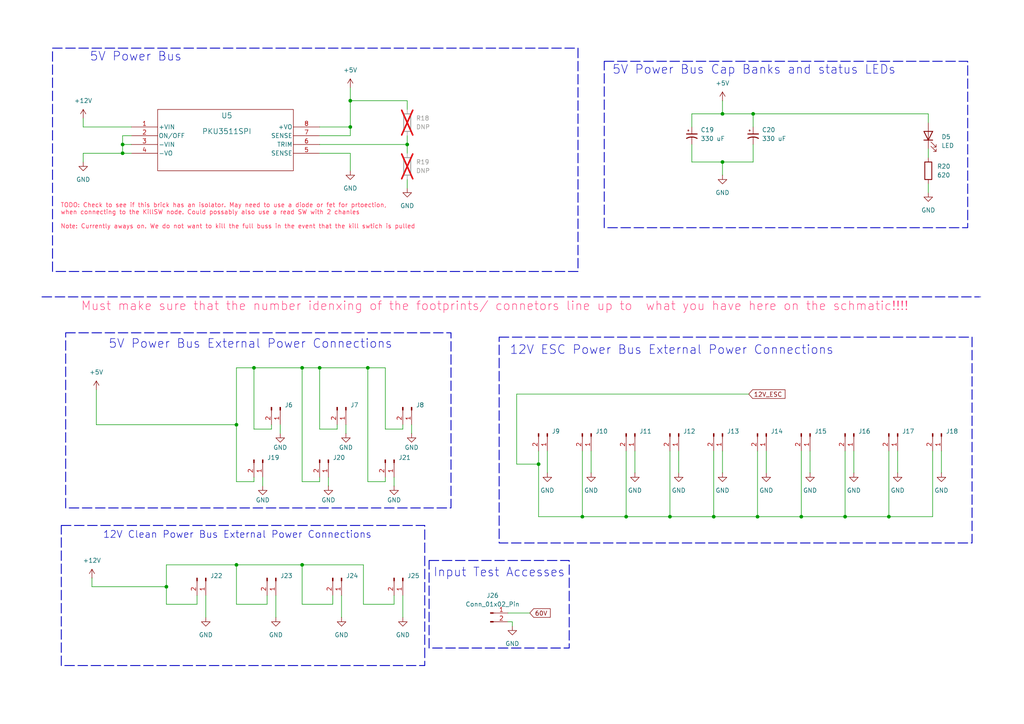
<source format=kicad_sch>
(kicad_sch (version 20231120) (generator "eeschema") (generator_version "8.0")
  (paper "A4")
  (title_block (title "Backplane_Board") (date "2024-10-29") (rev "1") (company "Cabrillo Robtics") (comment 1 "LaserShark Backplane PCB"))
  (lib_symbols
    (symbol "Connector:Conn_01x02_Pin" (pin_names (offset 1.016) hide)
      (property "Reference" "J" (at 0 2.54 0))
      (property "Value" "Conn_01x02_Pin" (at 0 -5.08 0))
      (symbol "Conn_01x02_Pin_1_1"
        (polyline (pts (xy 1.27 -2.54) (xy 0.8636 -2.54)) (stroke (width 0.1524)))
        (polyline (pts (xy 1.27 0) (xy 0.8636 0)) (stroke (width 0.1524)))
        (rectangle (start 0.8636 -2.413) (end 0 -2.667) (stroke (width 0.1524)) (fill (type outline)))
        (rectangle (start 0.8636 0.127) (end 0 -0.127) (stroke (width 0.1524)) (fill (type outline)))
        (pin passive line (at 5.08 0 180) (length 3.81) (name "Pin_1") (number "1"))
        (pin passive line (at 5.08 -2.54 180) (length 3.81) (name "Pin_2") (number "2"))
      )
    )
    (symbol "Device:C_Polarized_Small_US" (pin_numbers hide) (pin_names (offset 0.254) hide)
      (property "Reference" "C" (at 0.254 1.778 0))
      (property "Value" "C_Polarized_Small_US" (at 0.254 -2.032 0))
      (symbol "C_Polarized_Small_US_0_1"
        (polyline (pts (xy -1.524 0.508) (xy 1.524 0.508)) (stroke (width 0.3048)))
        (polyline (pts (xy -1.27 1.524) (xy -0.762 1.524)))
        (polyline (pts (xy -1.016 1.27) (xy -1.016 1.778)))
        (arc (start 1.524 -0.762) (mid 0 -0.3734) (end -1.524 -0.762) (stroke (width 0.3048)))
      )
      (symbol "C_Polarized_Small_US_1_1"
        (pin passive line (at 0 2.54 270) (length 2.032) (name "~") (number "1"))
        (pin passive line (at 0 -2.54 90) (length 2.032) (name "~") (number "2"))
      )
    )
    (symbol "Device:LED" (pin_numbers hide) (pin_names (offset 1.016) hide)
      (property "Reference" "D" (at 0 2.54 0))
      (property "Value" "LED" (at 0 -2.54 0))
      (symbol "LED_0_1"
        (polyline (pts (xy -1.27 -1.27) (xy -1.27 1.27)) (stroke (width 0.254)))
        (polyline (pts (xy -1.27 0) (xy 1.27 0)))
        (polyline (pts (xy 1.27 -1.27) (xy 1.27 1.27) (xy -1.27 0) (xy 1.27 -1.27)) (stroke (width 0.254)))
        (polyline (pts (xy -3.048 -0.762) (xy -4.572 -2.286) (xy -3.81 -2.286) (xy -4.572 -2.286) (xy -4.572 -1.524)))
        (polyline (pts (xy -1.778 -0.762) (xy -3.302 -2.286) (xy -2.54 -2.286) (xy -3.302 -2.286) (xy -3.302 -1.524)))
      )
      (symbol "LED_1_1"
        (pin passive line (at -3.81 0 0) (length 2.54) (name "K") (number "1"))
        (pin passive line (at 3.81 0 180) (length 2.54) (name "A") (number "2"))
      )
    )
    (symbol "Device:R" (pin_numbers hide) (pin_names (offset 0))
      (property "Reference" "R" (at 2.032 0 90))
      (property "Value" "R" (at 0 0 90))
      (symbol "R_0_1"
        (rectangle (start -1.016 -2.54) (end 1.016 2.54) (stroke (width 0.254)))
      )
      (symbol "R_1_1"
        (pin passive line (at 0 3.81 270) (length 1.27) (name "~") (number "1"))
        (pin passive line (at 0 -3.81 90) (length 1.27) (name "~") (number "2"))
      )
    )
    (symbol "PKU3511SPI:PKU3511SPI" (pin_names (offset 0.254))
      (property "Reference" "U" (at -2.54 13.97 0))
      (property "Value" "PKU3511SPI" (at -2.54 11.43 0))
      (symbol "PKU3511SPI_0_1"
        (rectangle (start -20.32 8.89) (end 19.05 -8.89))
      )
      (symbol "PKU3511SPI_1_1"
        (pin power_in line (at -27.94 3.81 0) (length 7.62) (name "+VIN") (number "1"))
        (pin input line (at -27.94 1.27 0) (length 7.62) (name "ON/OFF") (number "2"))
        (pin power_in line (at -27.94 -1.27 0) (length 7.62) (name "-VIN") (number "3"))
        (pin power_in line (at -27.94 -3.81 0) (length 7.62) (name "-VO") (number "4"))
        (pin input line (at 26.67 -3.81 180) (length 7.62) (name "SENSE") (number "5"))
        (pin output line (at 26.67 -1.27 180) (length 7.62) (name "TRIM") (number "6"))
        (pin input line (at 26.67 1.27 180) (length 7.62) (name "SENSE") (number "7"))
        (pin power_out line (at 26.67 3.81 180) (length 7.62) (name "+VO") (number "8"))
      )
    )
    (symbol "power:+12V" (power) (pin_numbers hide) (pin_names (offset 0) hide)
      (property "Value" "+12V" (at 0 3.556 0))
      (symbol "+12V_0_1"
        (polyline (pts (xy -0.762 1.27) (xy 0 2.54)))
        (polyline (pts (xy 0 0) (xy 0 2.54)))
        (polyline (pts (xy 0 2.54) (xy 0.762 1.27)))
      )
      (symbol "+12V_1_1"
        (pin power_in line (at 0 0 90) (length 0) (name "~") (number "1"))
      )
    )
    (symbol "power:+5V" (power) (pin_numbers hide) (pin_names (offset 0) hide)
      (property "Value" "+5V" (at 0 3.556 0))
      (symbol "+5V_0_1"
        (polyline (pts (xy -0.762 1.27) (xy 0 2.54)))
        (polyline (pts (xy 0 0) (xy 0 2.54)))
        (polyline (pts (xy 0 2.54) (xy 0.762 1.27)))
      )
      (symbol "+5V_1_1"
        (pin power_in line (at 0 0 90) (length 0) (name "~") (number "1"))
      )
    )
    (symbol "power:GND" (power) (pin_numbers hide) (pin_names (offset 0) hide)
      (property "Value" "GND" (at 0 -3.81 0))
      (symbol "GND_0_1"
        (polyline (pts (xy 0 0) (xy 0 -1.27) (xy 1.27 -1.27) (xy 0 -2.54) (xy -1.27 -1.27) (xy 0 -1.27)))
      )
      (symbol "GND_1_1"
        (pin power_in line (at 0 0 270) (length 0) (name "~") (number "1"))
      )
    )
  )
  (junction (at 168.91 149.86))
  (junction (at 209.55 33.02))
  (junction (at 92.71 106.68))
  (junction (at 101.6 36.83))
  (junction (at 35.56 41.91))
  (junction (at 73.66 106.68))
  (junction (at 68.58 123.19))
  (junction (at 68.58 163.83))
  (junction (at 118.11 41.91))
  (junction (at 101.6 29.21))
  (junction (at 106.68 106.68))
  (junction (at 48.26 170.18))
  (junction (at 194.31 149.86))
  (junction (at 35.56 44.45))
  (junction (at 257.81 149.86))
  (junction (at 207.01 149.86))
  (junction (at 87.63 106.68))
  (junction (at 87.63 163.83))
  (junction (at 219.71 149.86))
  (junction (at 218.44 33.02))
  (junction (at 156.21 134.62))
  (junction (at 245.11 149.86))
  (junction (at 181.61 149.86))
  (junction (at 209.55 46.99))
  (junction (at 232.41 149.86))
  (wire (pts (xy 101.6 44.45) (xy 101.6 49.53)))
  (wire (pts (xy 171.45 130.81) (xy 171.45 137.16)))
  (wire (pts (xy 27.94 123.19) (xy 68.58 123.19)))
  (wire (pts (xy 114.3 175.26) (xy 105.41 175.26)))
  (wire (pts (xy 257.81 130.81) (xy 257.81 149.86)))
  (wire (pts (xy 111.76 139.7) (xy 111.76 138.43)))
  (wire (pts (xy 200.66 46.99) (xy 209.55 46.99)))
  (wire (pts (xy 209.55 29.21) (xy 209.55 33.02)))
  (wire (pts (xy 101.6 25.4) (xy 101.6 29.21)))
  (wire (pts (xy 92.71 39.37) (xy 101.6 39.37)))
  (wire (pts (xy 68.58 106.68) (xy 73.66 106.68)))
  (wire (pts (xy 73.66 106.68) (xy 73.66 124.46)))
  (wire (pts (xy 273.05 130.81) (xy 273.05 137.16)))
  (wire (pts (xy 209.55 46.99) (xy 209.55 50.8)))
  (wire (pts (xy 209.55 33.02) (xy 218.44 33.02)))
  (wire (pts (xy 209.55 130.81) (xy 209.55 137.16)))
  (wire (pts (xy 111.76 139.7) (xy 106.68 139.7)))
  (wire (pts (xy 207.01 149.86) (xy 219.71 149.86)))
  (wire (pts (xy 119.38 123.19) (xy 119.38 125.73)))
  (wire (pts (xy 57.15 175.26) (xy 48.26 175.26)))
  (wire (pts (xy 35.56 39.37) (xy 35.56 41.91)))
  (wire (pts (xy 38.1 39.37) (xy 35.56 39.37)))
  (wire (pts (xy 200.66 33.02) (xy 209.55 33.02)))
  (wire (pts (xy 147.32 177.8) (xy 153.67 177.8)))
  (wire (pts (xy 73.66 106.68) (xy 87.63 106.68)))
  (wire (pts (xy 245.11 149.86) (xy 257.81 149.86)))
  (wire (pts (xy 218.44 41.91) (xy 218.44 46.99)))
  (wire (pts (xy 105.41 163.83) (xy 87.63 163.83)))
  (wire (pts (xy 24.13 36.83) (xy 38.1 36.83)))
  (wire (pts (xy 95.25 138.43) (xy 95.25 140.97)))
  (wire (pts (xy 68.58 106.68) (xy 68.58 123.19)))
  (wire (pts (xy 73.66 139.7) (xy 73.66 138.43)))
  (wire (pts (xy 148.59 181.61) (xy 148.59 180.34)))
  (wire (pts (xy 68.58 163.83) (xy 68.58 175.26)))
  (wire (pts (xy 68.58 123.19) (xy 68.58 139.7)))
  (wire (pts (xy 81.28 123.19) (xy 81.28 125.73)))
  (wire (pts (xy 114.3 138.43) (xy 114.3 140.97)))
  (wire (pts (xy 222.25 130.81) (xy 222.25 137.16)))
  (wire (pts (xy 76.2 138.43) (xy 76.2 140.97)))
  (wire (pts (xy 148.59 180.34) (xy 147.32 180.34)))
  (wire (pts (xy 114.3 172.72) (xy 114.3 175.26)))
  (polyline (pts (xy 283.972 86.106) (xy 284.48 86.106)))
  (wire (pts (xy 116.84 124.46) (xy 116.84 123.19)))
  (wire (pts (xy 247.65 130.81) (xy 247.65 137.16)))
  (wire (pts (xy 92.71 44.45) (xy 101.6 44.45)))
  (wire (pts (xy 149.86 134.62) (xy 156.21 134.62)))
  (wire (pts (xy 168.91 149.86) (xy 181.61 149.86)))
  (wire (pts (xy 118.11 41.91) (xy 118.11 44.45)))
  (wire (pts (xy 101.6 36.83) (xy 92.71 36.83)))
  (wire (pts (xy 269.24 43.18) (xy 269.24 45.72)))
  (wire (pts (xy 101.6 29.21) (xy 101.6 36.83)))
  (wire (pts (xy 207.01 130.81) (xy 207.01 149.86)))
  (wire (pts (xy 232.41 149.86) (xy 245.11 149.86)))
  (wire (pts (xy 105.41 163.83) (xy 105.41 175.26)))
  (wire (pts (xy 101.6 39.37) (xy 101.6 36.83)))
  (wire (pts (xy 149.86 114.3) (xy 149.86 134.62)))
  (wire (pts (xy 92.71 106.68) (xy 106.68 106.68)))
  (wire (pts (xy 219.71 149.86) (xy 232.41 149.86)))
  (wire (pts (xy 156.21 130.81) (xy 156.21 134.62)))
  (wire (pts (xy 92.71 139.7) (xy 92.71 138.43)))
  (wire (pts (xy 24.13 44.45) (xy 24.13 46.99)))
  (wire (pts (xy 156.21 134.62) (xy 156.21 149.86)))
  (wire (pts (xy 168.91 130.81) (xy 168.91 149.86)))
  (wire (pts (xy 68.58 163.83) (xy 48.26 163.83)))
  (wire (pts (xy 116.84 172.72) (xy 116.84 179.07)))
  (wire (pts (xy 96.52 172.72) (xy 96.52 175.26)))
  (wire (pts (xy 181.61 130.81) (xy 181.61 149.86)))
  (wire (pts (xy 87.63 106.68) (xy 92.71 106.68)))
  (wire (pts (xy 78.74 124.46) (xy 78.74 123.19)))
  (wire (pts (xy 257.81 149.86) (xy 270.51 149.86)))
  (wire (pts (xy 26.67 170.18) (xy 48.26 170.18)))
  (wire (pts (xy 101.6 29.21) (xy 118.11 29.21)))
  (wire (pts (xy 96.52 175.26) (xy 87.63 175.26)))
  (wire (pts (xy 158.75 130.81) (xy 158.75 137.16)))
  (polyline (pts (xy 12.192 86.106) (xy 283.972 86.106)) (stroke (width 0.254) (type dash)))
  (wire (pts (xy 194.31 149.86) (xy 207.01 149.86)))
  (wire (pts (xy 245.11 130.81) (xy 245.11 149.86)))
  (wire (pts (xy 59.69 172.72) (xy 59.69 179.07)))
  (wire (pts (xy 87.63 106.68) (xy 87.63 139.7)))
  (wire (pts (xy 26.67 167.64) (xy 26.67 170.18)))
  (wire (pts (xy 118.11 39.37) (xy 118.11 41.91)))
  (wire (pts (xy 111.76 106.68) (xy 106.68 106.68)))
  (wire (pts (xy 35.56 44.45) (xy 24.13 44.45)))
  (wire (pts (xy 48.26 163.83) (xy 48.26 170.18)))
  (wire (pts (xy 97.79 124.46) (xy 92.71 124.46)))
  (wire (pts (xy 149.86 114.3) (xy 217.17 114.3)))
  (wire (pts (xy 80.01 172.72) (xy 80.01 179.07)))
  (wire (pts (xy 87.63 163.83) (xy 87.63 175.26)))
  (wire (pts (xy 24.13 34.29) (xy 24.13 36.83)))
  (wire (pts (xy 77.47 175.26) (xy 68.58 175.26)))
  (wire (pts (xy 118.11 29.21) (xy 118.11 31.75)))
  (wire (pts (xy 219.71 130.81) (xy 219.71 149.86)))
  (wire (pts (xy 77.47 172.72) (xy 77.47 175.26)))
  (wire (pts (xy 87.63 163.83) (xy 68.58 163.83)))
  (wire (pts (xy 35.56 44.45) (xy 35.56 41.91)))
  (wire (pts (xy 196.85 130.81) (xy 196.85 137.16)))
  (wire (pts (xy 269.24 33.02) (xy 269.24 35.56)))
  (wire (pts (xy 97.79 124.46) (xy 97.79 123.19)))
  (wire (pts (xy 99.06 172.72) (xy 99.06 179.07)))
  (wire (pts (xy 35.56 41.91) (xy 38.1 41.91)))
  (wire (pts (xy 27.94 113.03) (xy 27.94 123.19)))
  (wire (pts (xy 184.15 130.81) (xy 184.15 137.16)))
  (wire (pts (xy 92.71 106.68) (xy 92.71 124.46)))
  (wire (pts (xy 200.66 41.91) (xy 200.66 46.99)))
  (wire (pts (xy 73.66 139.7) (xy 68.58 139.7)))
  (wire (pts (xy 92.71 41.91) (xy 118.11 41.91)))
  (wire (pts (xy 57.15 172.72) (xy 57.15 175.26)))
  (wire (pts (xy 116.84 124.46) (xy 111.76 124.46)))
  (wire (pts (xy 111.76 106.68) (xy 111.76 124.46)))
  (wire (pts (xy 106.68 106.68) (xy 106.68 139.7)))
  (wire (pts (xy 156.21 149.86) (xy 168.91 149.86)))
  (wire (pts (xy 232.41 130.81) (xy 232.41 149.86)))
  (wire (pts (xy 200.66 33.02) (xy 200.66 36.83)))
  (wire (pts (xy 38.1 44.45) (xy 35.56 44.45)))
  (wire (pts (xy 181.61 149.86) (xy 194.31 149.86)))
  (wire (pts (xy 209.55 46.99) (xy 218.44 46.99)))
  (wire (pts (xy 218.44 33.02) (xy 269.24 33.02)))
  (wire (pts (xy 269.24 53.34) (xy 269.24 55.88)))
  (wire (pts (xy 260.35 130.81) (xy 260.35 137.16)))
  (wire (pts (xy 194.31 130.81) (xy 194.31 149.86)))
  (wire (pts (xy 48.26 170.18) (xy 48.26 175.26)))
  (wire (pts (xy 100.33 123.19) (xy 100.33 125.73)))
  (wire (pts (xy 78.74 124.46) (xy 73.66 124.46)))
  (wire (pts (xy 92.71 139.7) (xy 87.63 139.7)))
  (wire (pts (xy 234.95 130.81) (xy 234.95 137.16)))
  (wire (pts (xy 270.51 130.81) (xy 270.51 149.86)))
  (wire (pts (xy 218.44 33.02) (xy 218.44 36.83)))
  (wire (pts (xy 118.11 52.07) (xy 118.11 54.61)))
  (rectangle (start 144.78 97.79) (end 281.94 157.48) (stroke (width 0.254) (type dash)))
  (rectangle (start 19.05 96.52) (end 130.81 147.32) (stroke (width 0.254) (type dash)))
  (rectangle (start 124.46 162.56) (end 165.1 187.96) (stroke (width 0.254) (type dash)))
  (rectangle (start 17.78 152.4) (end 123.19 193.04) (stroke (width 0.254) (type dash)))
  (rectangle (start 15.24 13.97) (end 167.64 78.74) (stroke (width 0.254) (type dash)))
  (rectangle (start 175.26 17.78) (end 280.67 66.04) (stroke (width 0.254) (type dash)))
  (text "12V Clean Power Bus External Power Connections" (at 68.834 155.194 0) (effects (font (size 2.032 2.032))))
  (text "Must make sure that the number idenxing of the footprints/ connetors line up to  what you have here on the schmatic!!!!" (at 143.51 88.9 0) (effects (font (size 2.54 2.54))))
  (text "5V Power Bus" (at 39.37 16.51 0) (effects (font (size 2.54 2.54))))
  (text "5V Power Bus Cap Banks and status LEDs" (at 218.694 20.32 0) (effects (font (size 2.54 2.54))))
  (text "5V Power Bus External Power Connections" (at 72.644 99.822 0) (effects (font (size 2.54 2.54))))
  (text "12V ESC Power Bus External Power Connections" (at 194.818 101.6 0) (effects (font (size 2.54 2.54))))
  (text "TODO: Check to see if this brick has an isolator. May need to use a diode or fet for prtoection,\nwhen connecting to the KillSW node. Could possably also use a read SW with 2 chanles\n\nNote: Currently aways on. We do not want to kill the full buss in the event that the kill swtich is pulled" (at 17.526 62.738 0) (effects (font (size 1.27 1.27)) (justify left)))
  (text "Input Test Accesses" (at 144.78 166.116 0) (effects (font (size 2.54 2.54))))
  (global_label "60V" (shape input) (at 153.67 177.8 0) (property "Intersheetrefs" "${INTERSHEET_REFS}" (effects (hide yes))))
  (global_label "12V_ESC" (shape input) (at 217.17 114.3 0) (property "Intersheetrefs" "${INTERSHEET_REFS}" (effects (hide yes))))
  (symbol (lib_id "power:+5V") (at 27.94 113.03 0) (unit 1)
    (property "Reference" "#PWR037" (effects (hide yes)))
    (property "Value" "+5V" (at 27.94 107.95 0))
    (property "Description" "Power symbol creates a global label with name \"+5V\"" (effects (hide yes)))
  )
  (symbol (lib_id "Device:C_Polarized_Small_US") (at 218.44 39.37 0) (unit 1)
    (property "Reference" "C20" (at 220.98 37.6681 0) (effects (justify left)))
    (property "Value" "330 uF" (at 220.98 40.2081 0) (effects (justify left)))
    (property "Footprint" "Capacitor_SMD:CP_Elec_6.3x7.7" (effects (hide yes)))
  )
  (symbol (lib_id "Device:C_Polarized_Small_US") (at 200.66 39.37 0) (unit 1)
    (property "Reference" "C19" (at 203.2 37.6681 0) (effects (justify left)))
    (property "Value" "330 uF" (at 203.2 40.2081 0) (effects (justify left)))
    (property "Footprint" "Capacitor_SMD:CP_Elec_6.3x7.7" (effects (hide yes)))
  )
  (symbol (lib_id "Connector:Conn_01x02_Pin") (at 95.25 133.35 270) (unit 1)
    (property "Reference" "J20" (at 96.52 132.7149 90) (effects (justify left)))
    (property "Value" "Conn_01x02_Pin" (effects (hide yes)))
    (property "Footprint" "TerminalBlock_4Ucon:TerminalBlock_4Ucon_1x02_P3.50mm_Horizontal" (effects (hide yes)))
    (property "Description" "Generic connector, single row, 01x02, script generated" (effects (hide yes)))
  )
  (symbol (lib_id "Device:R") (at 118.11 48.26 0) (unit 1) (dnp yes)
    (property "Reference" "R19" (at 120.65 46.9899 0) (effects (justify left)))
    (property "Value" "DNP" (at 120.65 49.5299 0) (effects (justify left)))
    (property "Footprint" "Inductor_SMD:L_1206_3216Metric" (effects (hide yes)))
    (property "Description" "Resistor" (effects (hide yes)))
  )
  (symbol (lib_id "power:+12V") (at 26.67 167.64 0) (unit 1)
    (property "Reference" "#PWR054" (effects (hide yes)))
    (property "Value" "+12V" (at 26.67 162.56 0))
    (property "Description" "Power symbol creates a global label with name \"+12V\"" (effects (hide yes)))
  )
  (symbol (lib_id "power:+5V") (at 209.55 29.21 0) (unit 1)
    (property "Reference" "#PWR030" (effects (hide yes)))
    (property "Value" "+5V" (at 209.55 24.13 0))
    (property "Description" "Power symbol creates a global label with name \"+5V\"" (effects (hide yes)))
  )
  (symbol (lib_id "Device:R") (at 118.11 35.56 0) (unit 1) (dnp yes)
    (property "Reference" "R18" (at 120.65 34.2899 0) (effects (justify left)))
    (property "Value" "DNP" (at 120.65 36.8299 0) (effects (justify left)))
    (property "Footprint" "Inductor_SMD:L_1206_3216Metric" (effects (hide yes)))
    (property "Description" "Resistor" (effects (hide yes)))
  )
  (symbol (lib_id "Connector:Conn_01x02_Pin") (at 196.85 125.73 270) (unit 1)
    (property "Reference" "J12" (at 198.12 125.0949 90) (effects (justify left)))
    (property "Value" "Conn_01x02_Pin" (effects (hide yes)))
    (property "Footprint" "Connector_AMASS:AMASS_XT30U-M_1x02_P5.0mm_Vertical" (effects (hide yes)))
    (property "Description" "Generic connector, single row, 01x02, script generated" (effects (hide yes)))
  )
  (symbol (lib_id "Connector:Conn_01x02_Pin") (at 260.35 125.73 270) (unit 1)
    (property "Reference" "J17" (at 261.62 125.0949 90) (effects (justify left)))
    (property "Value" "Conn_01x02_Pin" (effects (hide yes)))
    (property "Footprint" "Connector_AMASS:AMASS_XT30U-M_1x02_P5.0mm_Vertical" (effects (hide yes)))
    (property "Description" "Generic connector, single row, 01x02, script generated" (effects (hide yes)))
  )
  (symbol (lib_id "power:GND") (at 234.95 137.16 0) (unit 1)
    (property "Reference" "#PWR047" (effects (hide yes)))
    (property "Value" "GND" (at 234.95 142.24 0))
    (property "Description" "Power symbol creates a global label with name \"GND\" , ground" (effects (hide yes)))
  )
  (symbol (lib_id "power:GND") (at 76.2 140.97 0) (unit 1)
    (property "Reference" "#PWR051" (effects (hide yes)))
    (property "Value" "GND" (at 76.2 145.034 0))
    (property "Description" "Power symbol creates a global label with name \"GND\" , ground" (effects (hide yes)))
  )
  (symbol (lib_id "power:GND") (at 148.59 181.61 0) (unit 1)
    (property "Reference" "#PWR059" (effects (hide yes)))
    (property "Value" "GND" (at 148.59 186.69 0))
    (property "Description" "Power symbol creates a global label with name \"GND\" , ground" (effects (hide yes)))
  )
  (symbol (lib_id "power:GND") (at 80.01 179.07 0) (unit 1)
    (property "Reference" "#PWR056" (effects (hide yes)))
    (property "Value" "GND" (at 80.01 184.15 0))
    (property "Description" "Power symbol creates a global label with name \"GND\" , ground" (effects (hide yes)))
  )
  (symbol (lib_id "Connector:Conn_01x02_Pin") (at 273.05 125.73 270) (unit 1)
    (property "Reference" "J18" (at 274.32 125.0949 90) (effects (justify left)))
    (property "Value" "Conn_01x02_Pin" (effects (hide yes)))
    (property "Footprint" "Connector_AMASS:AMASS_XT30U-M_1x02_P5.0mm_Vertical" (effects (hide yes)))
    (property "Description" "Generic connector, single row, 01x02, script generated" (effects (hide yes)))
  )
  (symbol (lib_id "power:GND") (at 118.11 54.61 0) (unit 1)
    (property "Reference" "#PWR035" (effects (hide yes)))
    (property "Value" "GND" (at 118.11 59.69 0))
    (property "Description" "Power symbol creates a global label with name \"GND\" , ground" (effects (hide yes)))
  )
  (symbol (lib_id "Connector:Conn_01x02_Pin") (at 81.28 118.11 270) (unit 1)
    (property "Reference" "J6" (at 82.55 117.4749 90) (effects (justify left)))
    (property "Value" "Conn_01x02_Pin" (effects (hide yes)))
    (property "Footprint" "TerminalBlock_4Ucon:TerminalBlock_4Ucon_1x02_P3.50mm_Horizontal" (effects (hide yes)))
    (property "Description" "Generic connector, single row, 01x02, script generated" (effects (hide yes)))
  )
  (symbol (lib_id "Connector:Conn_01x02_Pin") (at 158.75 125.73 270) (unit 1)
    (property "Reference" "J9" (at 160.02 125.0949 90) (effects (justify left)))
    (property "Value" "Conn_01x02_Pin" (effects (hide yes)))
    (property "Footprint" "Connector_AMASS:AMASS_XT30U-M_1x02_P5.0mm_Vertical" (effects (hide yes)))
    (property "Description" "Generic connector, single row, 01x02, script generated" (effects (hide yes)))
  )
  (symbol (lib_id "Connector:Conn_01x02_Pin") (at 142.24 177.8 0) (unit 1)
    (property "Reference" "J26" (at 142.875 172.72 0))
    (property "Value" "Conn_01x02_Pin" (at 142.875 175.26 0))
    (property "Footprint" "TestPoint:TestPoint_2Pads_Pitch2.54mm_Drill0.8mm" (effects (hide yes)))
    (property "Description" "Generic connector, single row, 01x02, script generated" (effects (hide yes)))
  )
  (symbol (lib_id "power:GND") (at 260.35 137.16 0) (unit 1)
    (property "Reference" "#PWR049" (effects (hide yes)))
    (property "Value" "GND" (at 260.35 142.24 0))
    (property "Description" "Power symbol creates a global label with name \"GND\" , ground" (effects (hide yes)))
  )
  (symbol (lib_id "Connector:Conn_01x02_Pin") (at 99.06 167.64 270) (unit 1)
    (property "Reference" "J24" (at 100.33 167.0049 90) (effects (justify left)))
    (property "Value" "Conn_01x02_Pin" (effects (hide yes)))
    (property "Footprint" "Connector_AMASS:AMASS_XT30U-M_1x02_P5.0mm_Vertical" (effects (hide yes)))
    (property "Description" "Generic connector, single row, 01x02, script generated" (effects (hide yes)))
  )
  (symbol (lib_id "Connector:Conn_01x02_Pin") (at 100.33 118.11 270) (unit 1)
    (property "Reference" "J7" (at 101.6 117.4749 90) (effects (justify left)))
    (property "Value" "Conn_01x02_Pin" (effects (hide yes)))
    (property "Footprint" "TerminalBlock_4Ucon:TerminalBlock_4Ucon_1x02_P3.50mm_Horizontal" (effects (hide yes)))
    (property "Description" "Generic connector, single row, 01x02, script generated" (effects (hide yes)))
  )
  (symbol (lib_id "Connector:Conn_01x02_Pin") (at 234.95 125.73 270) (unit 1)
    (property "Reference" "J15" (at 236.22 125.0949 90) (effects (justify left)))
    (property "Value" "Conn_01x02_Pin" (effects (hide yes)))
    (property "Footprint" "Connector_AMASS:AMASS_XT30U-M_1x02_P5.0mm_Vertical" (effects (hide yes)))
    (property "Description" "Generic connector, single row, 01x02, script generated" (effects (hide yes)))
  )
  (symbol (lib_id "power:+5V") (at 101.6 25.4 0) (unit 1)
    (property "Reference" "#PWR029" (effects (hide yes)))
    (property "Value" "+5V" (at 101.6 20.32 0))
    (property "Description" "Power symbol creates a global label with name \"+5V\"" (effects (hide yes)))
  )
  (symbol (lib_id "power:+12V") (at 24.13 34.29 0) (unit 1)
    (property "Reference" "#PWR031" (effects (hide yes)))
    (property "Value" "+12V" (at 24.13 29.21 0))
    (property "Description" "Power symbol creates a global label with name \"+12V\"" (effects (hide yes)))
  )
  (symbol (lib_id "Connector:Conn_01x02_Pin") (at 59.69 167.64 270) (unit 1)
    (property "Reference" "J22" (at 60.96 167.0049 90) (effects (justify left)))
    (property "Value" "Conn_01x02_Pin" (effects (hide yes)))
    (property "Footprint" "Connector_AMASS:AMASS_XT30U-M_1x02_P5.0mm_Vertical" (effects (hide yes)))
    (property "Description" "Generic connector, single row, 01x02, script generated" (effects (hide yes)))
  )
  (symbol (lib_id "power:GND") (at 184.15 137.16 0) (unit 1)
    (property "Reference" "#PWR043" (effects (hide yes)))
    (property "Value" "GND" (at 184.15 142.24 0))
    (property "Description" "Power symbol creates a global label with name \"GND\" , ground" (effects (hide yes)))
  )
  (symbol (lib_id "Device:R") (at 269.24 49.53 0) (unit 1)
    (property "Reference" "R20" (at 271.78 48.2599 0) (effects (justify left)))
    (property "Value" "620" (at 271.78 50.7999 0) (effects (justify left)))
    (property "Footprint" "Resistor_SMD:R_0805_2012Metric_Pad1.20x1.40mm_HandSolder" (effects (hide yes)))
    (property "Description" "Resistor" (effects (hide yes)))
  )
  (symbol (lib_id "power:GND") (at 81.28 125.73 0) (unit 1)
    (property "Reference" "#PWR038" (effects (hide yes)))
    (property "Value" "GND" (at 81.28 129.794 0))
    (property "Description" "Power symbol creates a global label with name \"GND\" , ground" (effects (hide yes)))
  )
  (symbol (lib_id "power:GND") (at 171.45 137.16 0) (unit 1)
    (property "Reference" "#PWR042" (effects (hide yes)))
    (property "Value" "GND" (at 171.45 142.24 0))
    (property "Description" "Power symbol creates a global label with name \"GND\" , ground" (effects (hide yes)))
  )
  (symbol (lib_id "Connector:Conn_01x02_Pin") (at 184.15 125.73 270) (unit 1)
    (property "Reference" "J11" (at 185.42 125.0949 90) (effects (justify left)))
    (property "Value" "Conn_01x02_Pin" (effects (hide yes)))
    (property "Footprint" "Connector_AMASS:AMASS_XT30U-M_1x02_P5.0mm_Vertical" (effects (hide yes)))
    (property "Description" "Generic connector, single row, 01x02, script generated" (effects (hide yes)))
  )
  (symbol (lib_id "Connector:Conn_01x02_Pin") (at 80.01 167.64 270) (unit 1)
    (property "Reference" "J23" (at 81.28 167.0049 90) (effects (justify left)))
    (property "Value" "Conn_01x02_Pin" (effects (hide yes)))
    (property "Footprint" "Connector_AMASS:AMASS_XT30U-M_1x02_P5.0mm_Vertical" (effects (hide yes)))
    (property "Description" "Generic connector, single row, 01x02, script generated" (effects (hide yes)))
  )
  (symbol (lib_id "power:GND") (at 209.55 50.8 0) (unit 1)
    (property "Reference" "#PWR034" (effects (hide yes)))
    (property "Value" "GND" (at 209.55 55.88 0))
    (property "Description" "Power symbol creates a global label with name \"GND\" , ground" (effects (hide yes)))
  )
  (symbol (lib_id "Connector:Conn_01x02_Pin") (at 116.84 167.64 270) (unit 1)
    (property "Reference" "J25" (at 118.11 167.0049 90) (effects (justify left)))
    (property "Value" "Conn_01x02_Pin" (effects (hide yes)))
    (property "Footprint" "Connector_AMASS:AMASS_XT30U-M_1x02_P5.0mm_Vertical" (effects (hide yes)))
    (property "Description" "Generic connector, single row, 01x02, script generated" (effects (hide yes)))
  )
  (symbol (lib_id "Connector:Conn_01x02_Pin") (at 247.65 125.73 270) (unit 1)
    (property "Reference" "J16" (at 248.92 125.0949 90) (effects (justify left)))
    (property "Value" "Conn_01x02_Pin" (effects (hide yes)))
    (property "Footprint" "Connector_AMASS:AMASS_XT30U-M_1x02_P5.0mm_Vertical" (effects (hide yes)))
    (property "Description" "Generic connector, single row, 01x02, script generated" (effects (hide yes)))
  )
  (symbol (lib_id "power:GND") (at 158.75 137.16 0) (unit 1)
    (property "Reference" "#PWR041" (effects (hide yes)))
    (property "Value" "GND" (at 158.75 142.24 0))
    (property "Description" "Power symbol creates a global label with name \"GND\" , ground" (effects (hide yes)))
  )
  (symbol (lib_id "power:GND") (at 196.85 137.16 0) (unit 1)
    (property "Reference" "#PWR044" (effects (hide yes)))
    (property "Value" "GND" (at 196.85 142.24 0))
    (property "Description" "Power symbol creates a global label with name \"GND\" , ground" (effects (hide yes)))
  )
  (symbol (lib_id "power:GND") (at 114.3 140.97 0) (unit 1)
    (property "Reference" "#PWR053" (effects (hide yes)))
    (property "Value" "GND" (at 114.3 145.034 0))
    (property "Description" "Power symbol creates a global label with name \"GND\" , ground" (effects (hide yes)))
  )
  (symbol (lib_id "PKU3511SPI:PKU3511SPI") (at 66.04 40.64 0) (unit 1)
    (property "Reference" "U5" (at 65.786 33.528 0) (effects (font (size 1.524 1.524))))
    (property "Value" "PKU3511SPI" (at 65.786 38.1 0) (effects (font (size 1.524 1.524))))
    (property "Footprint" "PKU3511SPI:PKU 3500S_FPM" (effects (hide yes)))
    (property "Datasheet" "https://flexpowermodules.com/resources/fpm-techspec-pkj7200w" (effects (hide yes)))
  )
  (symbol (lib_id "power:GND") (at 99.06 179.07 0) (unit 1)
    (property "Reference" "#PWR057" (effects (hide yes)))
    (property "Value" "GND" (at 99.06 184.15 0))
    (property "Description" "Power symbol creates a global label with name \"GND\" , ground" (effects (hide yes)))
  )
  (symbol (lib_id "Connector:Conn_01x02_Pin") (at 209.55 125.73 270) (unit 1)
    (property "Reference" "J13" (at 210.82 125.0949 90) (effects (justify left)))
    (property "Value" "Conn_01x02_Pin" (effects (hide yes)))
    (property "Footprint" "Connector_AMASS:AMASS_XT30U-M_1x02_P5.0mm_Vertical" (effects (hide yes)))
    (property "Description" "Generic connector, single row, 01x02, script generated" (effects (hide yes)))
  )
  (symbol (lib_id "Connector:Conn_01x02_Pin") (at 222.25 125.73 270) (unit 1)
    (property "Reference" "J14" (at 223.52 125.0949 90) (effects (justify left)))
    (property "Value" "Conn_01x02_Pin" (effects (hide yes)))
    (property "Footprint" "Connector_AMASS:AMASS_XT30U-M_1x02_P5.0mm_Vertical" (effects (hide yes)))
    (property "Description" "Generic connector, single row, 01x02, script generated" (effects (hide yes)))
  )
  (symbol (lib_id "power:GND") (at 100.33 125.73 0) (unit 1)
    (property "Reference" "#PWR039" (effects (hide yes)))
    (property "Value" "GND" (at 100.33 129.794 0))
    (property "Description" "Power symbol creates a global label with name \"GND\" , ground" (effects (hide yes)))
  )
  (symbol (lib_id "power:GND") (at 24.13 46.99 0) (unit 1)
    (property "Reference" "#PWR032" (effects (hide yes)))
    (property "Value" "GND" (at 24.13 52.07 0))
    (property "Description" "Power symbol creates a global label with name \"GND\" , ground" (effects (hide yes)))
  )
  (symbol (lib_id "power:GND") (at 269.24 55.88 0) (unit 1)
    (property "Reference" "#PWR036" (effects (hide yes)))
    (property "Value" "GND" (at 269.24 60.96 0))
    (property "Description" "Power symbol creates a global label with name \"GND\" , ground" (effects (hide yes)))
  )
  (symbol (lib_id "Connector:Conn_01x02_Pin") (at 171.45 125.73 270) (unit 1)
    (property "Reference" "J10" (at 172.72 125.0949 90) (effects (justify left)))
    (property "Value" "Conn_01x02_Pin" (effects (hide yes)))
    (property "Footprint" "Connector_AMASS:AMASS_XT30U-M_1x02_P5.0mm_Vertical" (effects (hide yes)))
    (property "Description" "Generic connector, single row, 01x02, script generated" (effects (hide yes)))
  )
  (symbol (lib_id "power:GND") (at 209.55 137.16 0) (unit 1)
    (property "Reference" "#PWR045" (effects (hide yes)))
    (property "Value" "GND" (at 209.55 142.24 0))
    (property "Description" "Power symbol creates a global label with name \"GND\" , ground" (effects (hide yes)))
  )
  (symbol (lib_id "power:GND") (at 59.69 179.07 0) (unit 1)
    (property "Reference" "#PWR055" (effects (hide yes)))
    (property "Value" "GND" (at 59.69 184.15 0))
    (property "Description" "Power symbol creates a global label with name \"GND\" , ground" (effects (hide yes)))
  )
  (symbol (lib_id "power:GND") (at 95.25 140.97 0) (unit 1)
    (property "Reference" "#PWR052" (effects (hide yes)))
    (property "Value" "GND" (at 95.25 145.034 0))
    (property "Description" "Power symbol creates a global label with name \"GND\" , ground" (effects (hide yes)))
  )
  (symbol (lib_id "power:GND") (at 222.25 137.16 0) (unit 1)
    (property "Reference" "#PWR046" (effects (hide yes)))
    (property "Value" "GND" (at 222.25 142.24 0))
    (property "Description" "Power symbol creates a global label with name \"GND\" , ground" (effects (hide yes)))
  )
  (symbol (lib_id "Connector:Conn_01x02_Pin") (at 76.2 133.35 270) (unit 1)
    (property "Reference" "J19" (at 77.47 132.7149 90) (effects (justify left)))
    (property "Value" "Conn_01x02_Pin" (effects (hide yes)))
    (property "Footprint" "TerminalBlock_4Ucon:TerminalBlock_4Ucon_1x02_P3.50mm_Horizontal" (effects (hide yes)))
    (property "Description" "Generic connector, single row, 01x02, script generated" (effects (hide yes)))
  )
  (symbol (lib_id "Device:LED") (at 269.24 39.37 90) (unit 1)
    (property "Reference" "D5" (at 273.05 39.6874 90) (effects (justify right)))
    (property "Value" "LED" (at 273.05 42.2274 90) (effects (justify right)))
    (property "Footprint" "LED_SMD:LED_0603_1608Metric" (effects (hide yes)))
    (property "Description" "Light emitting diode" (effects (hide yes)))
  )
  (symbol (lib_id "power:GND") (at 116.84 179.07 0) (unit 1)
    (property "Reference" "#PWR058" (effects (hide yes)))
    (property "Value" "GND" (at 116.84 184.15 0))
    (property "Description" "Power symbol creates a global label with name \"GND\" , ground" (effects (hide yes)))
  )
  (symbol (lib_id "Connector:Conn_01x02_Pin") (at 114.3 133.35 270) (unit 1)
    (property "Reference" "J21" (at 115.57 132.7149 90) (effects (justify left)))
    (property "Value" "Conn_01x02_Pin" (effects (hide yes)))
    (property "Footprint" "TerminalBlock_4Ucon:TerminalBlock_4Ucon_1x02_P3.50mm_Horizontal" (effects (hide yes)))
    (property "Description" "Generic connector, single row, 01x02, script generated" (effects (hide yes)))
  )
  (symbol (lib_id "Connector:Conn_01x02_Pin") (at 119.38 118.11 270) (unit 1)
    (property "Reference" "J8" (at 120.65 117.4749 90) (effects (justify left)))
    (property "Value" "Conn_01x02_Pin" (effects (hide yes)))
    (property "Footprint" "TerminalBlock_4Ucon:TerminalBlock_4Ucon_1x02_P3.50mm_Horizontal" (effects (hide yes)))
    (property "Description" "Generic connector, single row, 01x02, script generated" (effects (hide yes)))
  )
  (symbol (lib_id "power:GND") (at 247.65 137.16 0) (unit 1)
    (property "Reference" "#PWR048" (effects (hide yes)))
    (property "Value" "GND" (at 247.65 142.24 0))
    (property "Description" "Power symbol creates a global label with name \"GND\" , ground" (effects (hide yes)))
  )
  (symbol (lib_id "power:GND") (at 119.38 125.73 0) (unit 1)
    (property "Reference" "#PWR040" (effects (hide yes)))
    (property "Value" "GND" (at 119.38 129.794 0))
    (property "Description" "Power symbol creates a global label with name \"GND\" , ground" (effects (hide yes)))
  )
  (symbol (lib_id "power:GND") (at 101.6 49.53 0) (unit 1)
    (property "Reference" "#PWR033" (effects (hide yes)))
    (property "Value" "GND" (at 101.6 54.61 0))
    (property "Description" "Power symbol creates a global label with name \"GND\" , ground" (effects (hide yes)))
  )
  (symbol (lib_id "power:GND") (at 273.05 137.16 0) (unit 1)
    (property "Reference" "#PWR050" (effects (hide yes)))
    (property "Value" "GND" (at 273.05 142.24 0))
    (property "Description" "Power symbol creates a global label with name \"GND\" , ground" (effects (hide yes)))
  )
)
</source>
